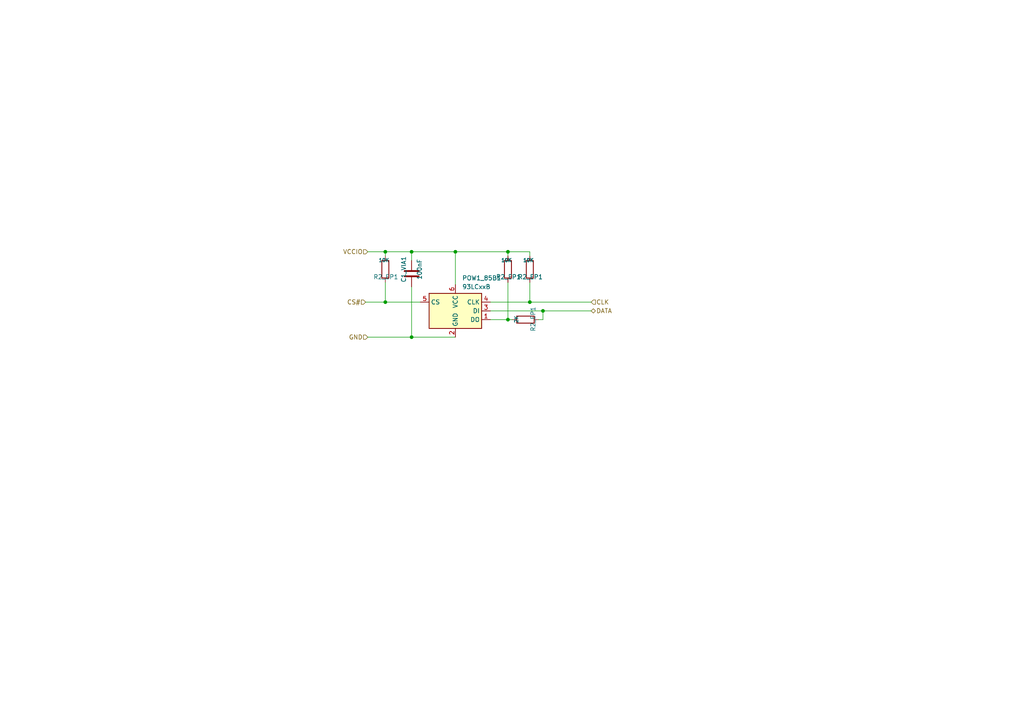
<source format=kicad_sch>
(kicad_sch (version 20230121) (generator eeschema)
  (paper "A4")
  (title_block (comment 1 "From the FT232H datasheet"))
  (lib_symbols
    (symbol "Device:C" (pin_numbers hide) (pin_names (offset 0.254))
      (property "Reference" "C" (at 0.635 2.54 0))
      (property "Value" "C" (at 0.635 -2.54 0))
      (symbol "C_0_1"
        (polyline (pts (xy -2.032 -0.762) (xy 2.032 -0.762)) (stroke (width 0.508)))
        (polyline (pts (xy -2.032 0.762) (xy 2.032 0.762)) (stroke (width 0.508)))
      )
      (symbol "C_1_1"
        (pin passive line (at 0 3.81 270) (length 2.794) (name "~") (number "1"))
        (pin passive line (at 0 -3.81 90) (length 2.794) (name "~") (number "2"))
      )
    )
    (symbol "Device:R" (pin_numbers hide) (pin_names (offset 0))
      (property "Reference" "R" (at 2.032 0 90))
      (property "Value" "R" (at 0 0 90))
      (symbol "R_0_1"
        (rectangle (start -1.016 -2.54) (end 1.016 2.54) (stroke (width 0.254)))
      )
      (symbol "R_1_1"
        (pin passive line (at 0 3.81 270) (length 1.27) (name "~") (number "1"))
        (pin passive line (at 0 -3.81 90) (length 1.27) (name "~") (number "2"))
      )
    )
    (symbol "Memory_EEPROM:93LCxxBxxOT"
      (property "Reference" "U" (at -6.35 6.35 0))
      (property "Value" "93LCxxBxxOT" (at 7.62 -6.35 0))
      (symbol "93LCxxBxxOT_0_1"
        (rectangle (start -7.62 5.08) (end 7.62 -5.08) (stroke (width 0.254)) (fill (type background)))
      )
      (symbol "93LCxxBxxOT_1_1"
        (pin tri_state line (at 10.16 -2.54 180) (length 2.54) (name "DO") (number "1"))
        (pin power_in line (at 0 -7.62 90) (length 2.54) (name "GND") (number "2"))
        (pin input line (at 10.16 0 180) (length 2.54) (name "DI") (number "3"))
        (pin input line (at 10.16 2.54 180) (length 2.54) (name "CLK") (number "4"))
        (pin input line (at -10.16 2.54 0) (length 2.54) (name "CS") (number "5"))
        (pin power_in line (at 0 7.62 270) (length 2.54) (name "VCC") (number "6"))
      )
    )
  )
  (junction (at 153.67 87.63))
  (junction (at 111.76 73.025))
  (junction (at 147.32 92.71))
  (junction (at 157.48 90.17))
  (junction (at 111.76 87.63))
  (junction (at 119.38 97.79))
  (junction (at 119.38 73.025))
  (junction (at 132.08 73.025))
  (junction (at 147.32 73.025))
  (wire (pts (xy 157.48 90.17) (xy 157.48 92.71)))
  (wire (pts (xy 132.08 73.025) (xy 147.32 73.025)))
  (wire (pts (xy 106.68 73.025) (xy 111.76 73.025)))
  (wire (pts (xy 142.24 87.63) (xy 153.67 87.63)))
  (wire (pts (xy 119.38 73.025) (xy 132.08 73.025)))
  (wire (pts (xy 156.21 92.71) (xy 157.48 92.71)))
  (wire (pts (xy 153.67 87.63) (xy 171.45 87.63)))
  (wire (pts (xy 106.68 97.79) (xy 119.38 97.79)))
  (wire (pts (xy 106.045 87.63) (xy 111.76 87.63)))
  (wire (pts (xy 119.38 83.185) (xy 119.38 97.79)))
  (wire (pts (xy 142.24 90.17) (xy 157.48 90.17)))
  (wire (pts (xy 111.76 87.63) (xy 121.92 87.63)))
  (wire (pts (xy 153.67 81.915) (xy 153.67 87.63)))
  (wire (pts (xy 142.24 92.71) (xy 147.32 92.71)))
  (wire (pts (xy 111.76 81.915) (xy 111.76 87.63)))
  (wire (pts (xy 119.38 97.79) (xy 132.08 97.79)))
  (wire (pts (xy 119.38 73.025) (xy 119.38 75.565)))
  (wire (pts (xy 147.32 92.71) (xy 148.59 92.71)))
  (wire (pts (xy 111.76 73.025) (xy 111.76 74.295)))
  (wire (pts (xy 147.32 81.915) (xy 147.32 92.71)))
  (wire (pts (xy 111.76 73.025) (xy 119.38 73.025)))
  (wire (pts (xy 147.32 73.025) (xy 153.67 73.025)))
  (wire (pts (xy 157.48 90.17) (xy 171.45 90.17)))
  (wire (pts (xy 132.08 73.025) (xy 132.08 82.55)))
  (wire (pts (xy 153.67 73.025) (xy 153.67 74.295)))
  (wire (pts (xy 147.32 73.025) (xy 147.32 74.295)))
  (hierarchical_label "CS#" (shape input) (at 106.045 87.63 180))
  (hierarchical_label "VCCIO" (shape input) (at 106.68 73.025 180))
  (hierarchical_label "GND" (shape input) (at 106.68 97.79 180))
  (hierarchical_label "DATA" (shape bidirectional) (at 171.45 90.17 0))
  (hierarchical_label "CLK" (shape input) (at 171.45 87.63 0))
  (symbol (lib_id "Device:R") (at 152.4 92.71 270) (unit 1)
    (property "Reference" "R2_EP1" (at 153.8986 88.9 0) (effects (justify left bottom)))
    (property "Value" "2K" (at 149.098 91.44 0) (effects (font (size 1.016 1.016) bold) (justify left bottom)))
    (property "Footprint" "Resistor_SMD:R_0402_1005Metric" (effects hide))
    (property "MFR" "RC0402FR-072KL" (effects hide))
    (property "LCSC" "C60488" (effects hide))
    (instances (project "RP2040Breakout" (path "" (reference "R2_EP1") (unit 1))) (project "Pico_FT232H_pair" (path "" (reference "R4_EP1") (unit 1)) (path "" (reference "R2_85B1") (unit 1))) (project "kicad_deps" (path "" (reference "R3_EP1") (unit 1))))
  )
  (symbol (lib_id "Device:R") (at 147.32 78.105 180) (unit 1)
    (property "Reference" "R2_EP1" (at 151.13 79.6036 0) (effects (justify left bottom)))
    (property "Value" "10K" (at 148.59 74.803 0) (effects (font (size 1.016 1.016) bold) (justify left bottom)))
    (property "Footprint" "Resistor_SMD:R_0402_1005Metric" (effects hide))
    (property "MFR" "RC0402FR-0710KL" (effects hide))
    (property "LCSC" "C60490" (effects hide))
    (instances (project "RP2040Breakout" (path "" (reference "R2_EP1") (unit 1))) (project "Pico_FT232H_pair" (path "" (reference "R4_EP1") (unit 1)) (path "" (reference "R2_UM1") (unit 1))) (project "kicad_deps" (path "" (reference "R2_EP1") (unit 1))))
  )
  (symbol (lib_id "Device:R") (at 153.67 78.105 180) (unit 1)
    (property "Reference" "R2_EP1" (at 157.48 79.6036 0) (effects (justify left bottom)))
    (property "Value" "10K" (at 154.94 74.803 0) (effects (font (size 1.016 1.016) bold) (justify left bottom)))
    (property "Footprint" "Resistor_SMD:R_0402_1005Metric" (effects hide))
    (property "MFR" "RC0402FR-0710KL" (effects hide))
    (property "LCSC" "C60490" (effects hide))
    (instances (project "RP2040Breakout" (path "" (reference "R2_EP1") (unit 1))) (project "Pico_FT232H_pair" (path "" (reference "R4_EP1") (unit 1)) (path "" (reference "R3_UM1") (unit 1))) (project "kicad_deps" (path "" (reference "R4_EP1") (unit 1))))
  )
  (symbol (lib_id "Device:C") (at 119.38 79.375 0) (unit 1)
    (property "Reference" "C1_VIA1" (at 117.09 78.125 90))
    (property "Value" "100nF" (at 121.68 78.125 90))
    (property "Footprint" "Capacitor_SMD:C_0402_1005Metric" (effects hide))
    (property "MFR" "CL05B104KO5NNNC" (effects hide))
    (property "LCSC" "C1525" (effects hide))
    (instances (project "RP2040Breakout" (path "" (reference "C1_VIA1") (unit 1))) (project "Pico_FT232H_pair" (path "" (reference "C12(P33)") (unit 1)) (path "" (reference "C2_10B1") (unit 1))) (project "kicad_deps" (path "" (reference "C1_EP1") (unit 1))))
  )
  (symbol (lib_id "Memory_EEPROM:93LCxxBxxOT") (at 132.08 90.17 0) (unit 1)
    (property "Reference" "POW1_85B1" (at 134.0359 80.645 0) (effects (justify left)))
    (property "Value" "93LCxxB" (at 134.0359 83.185 0) (effects (justify left)))
    (property "Footprint" "Package_TO_SOT_SMD:SOT-23-6" (effects hide))
    (property "Datasheet" "http://ww1.microchip.com/downloads/en/DeviceDoc/20001749K.pdf" (effects hide))
    (property "MFR" "93LC56BT-I/OT" (effects hide))
    (property "LCSC" "C190271" (effects hide))
    (instances (project "Pico_FT232H_pair" (path "" (reference "POW1_85B1") (unit 1)) (path "" (reference "POW1_85B1") (unit 1))) (project "kicad_deps" (path "" (reference "MEM1_EP1") (unit 1))))
  )
  (symbol (lib_id "Device:R") (at 111.76 78.105 180) (unit 1)
    (property "Reference" "R2_EP1" (at 115.57 79.6036 0) (effects (justify left bottom)))
    (property "Value" "10K" (at 113.03 74.803 0) (effects (font (size 1.016 1.016) bold) (justify left bottom)))
    (property "Footprint" "Resistor_SMD:R_0402_1005Metric" (effects hide))
    (property "MFR" "RC0402FR-0710KL" (effects hide))
    (property "LCSC" "C60490" (effects hide))
    (instances (project "RP2040Breakout" (path "" (reference "R2_EP1") (unit 1))) (project "Pico_FT232H_pair" (path "" (reference "R4_EP1") (unit 1)) (path "" (reference "R1_UM1") (unit 1))) (project "kicad_deps" (path "" (reference "R1_EP1") (unit 1))))
  )
)
</source>
